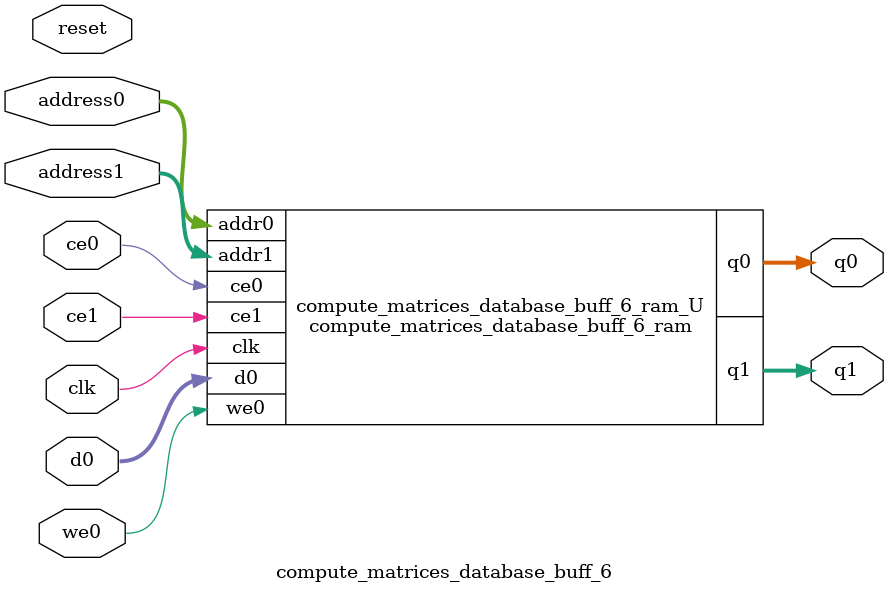
<source format=v>
`timescale 1 ns / 1 ps
module compute_matrices_database_buff_6_ram (addr0, ce0, d0, we0, q0, addr1, ce1, q1,  clk);

parameter DWIDTH = 8;
parameter AWIDTH = 14;
parameter MEM_SIZE = 8199;

input[AWIDTH-1:0] addr0;
input ce0;
input[DWIDTH-1:0] d0;
input we0;
output reg[DWIDTH-1:0] q0;
input[AWIDTH-1:0] addr1;
input ce1;
output reg[DWIDTH-1:0] q1;
input clk;

(* ram_style = "block" *)reg [DWIDTH-1:0] ram[0:MEM_SIZE-1];




always @(posedge clk)  
begin 
    if (ce0) begin
        if (we0) 
            ram[addr0] <= d0; 
        q0 <= ram[addr0];
    end
end


always @(posedge clk)  
begin 
    if (ce1) begin
        q1 <= ram[addr1];
    end
end


endmodule

`timescale 1 ns / 1 ps
module compute_matrices_database_buff_6(
    reset,
    clk,
    address0,
    ce0,
    we0,
    d0,
    q0,
    address1,
    ce1,
    q1);

parameter DataWidth = 32'd8;
parameter AddressRange = 32'd8199;
parameter AddressWidth = 32'd14;
input reset;
input clk;
input[AddressWidth - 1:0] address0;
input ce0;
input we0;
input[DataWidth - 1:0] d0;
output[DataWidth - 1:0] q0;
input[AddressWidth - 1:0] address1;
input ce1;
output[DataWidth - 1:0] q1;



compute_matrices_database_buff_6_ram compute_matrices_database_buff_6_ram_U(
    .clk( clk ),
    .addr0( address0 ),
    .ce0( ce0 ),
    .we0( we0 ),
    .d0( d0 ),
    .q0( q0 ),
    .addr1( address1 ),
    .ce1( ce1 ),
    .q1( q1 ));

endmodule


</source>
